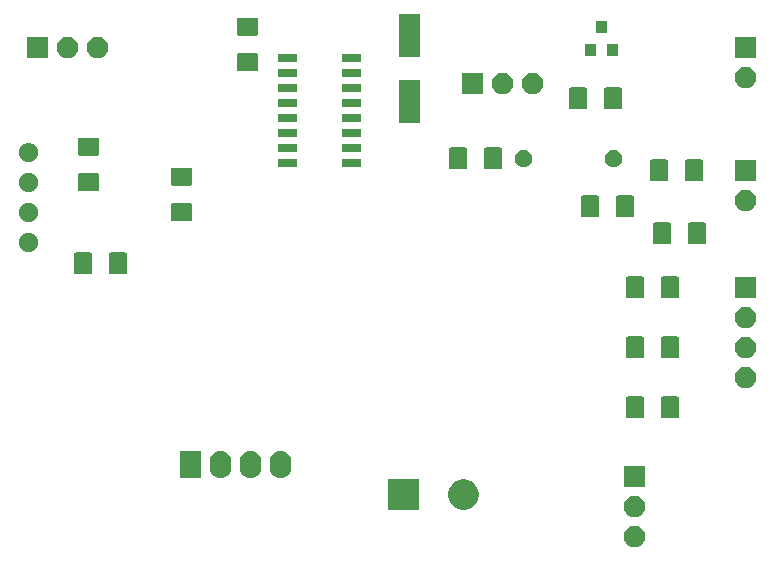
<source format=gbs>
G04 #@! TF.GenerationSoftware,KiCad,Pcbnew,5.1.6-c6e7f7d~87~ubuntu20.04.1*
G04 #@! TF.CreationDate,2020-07-23T13:09:22+02:00*
G04 #@! TF.ProjectId,lotusble,6c6f7475-7362-46c6-952e-6b696361645f,rev?*
G04 #@! TF.SameCoordinates,Original*
G04 #@! TF.FileFunction,Soldermask,Bot*
G04 #@! TF.FilePolarity,Negative*
%FSLAX46Y46*%
G04 Gerber Fmt 4.6, Leading zero omitted, Abs format (unit mm)*
G04 Created by KiCad (PCBNEW 5.1.6-c6e7f7d~87~ubuntu20.04.1) date 2020-07-23 13:09:22*
%MOMM*%
%LPD*%
G01*
G04 APERTURE LIST*
%ADD10C,0.100000*%
G04 APERTURE END LIST*
D10*
G36*
X92061512Y-121785927D02*
G01*
X92210812Y-121815624D01*
X92374784Y-121883544D01*
X92522354Y-121982147D01*
X92647853Y-122107646D01*
X92746456Y-122255216D01*
X92814376Y-122419188D01*
X92849000Y-122593259D01*
X92849000Y-122770741D01*
X92814376Y-122944812D01*
X92746456Y-123108784D01*
X92647853Y-123256354D01*
X92522354Y-123381853D01*
X92374784Y-123480456D01*
X92210812Y-123548376D01*
X92061512Y-123578073D01*
X92036742Y-123583000D01*
X91859258Y-123583000D01*
X91834488Y-123578073D01*
X91685188Y-123548376D01*
X91521216Y-123480456D01*
X91373646Y-123381853D01*
X91248147Y-123256354D01*
X91149544Y-123108784D01*
X91081624Y-122944812D01*
X91047000Y-122770741D01*
X91047000Y-122593259D01*
X91081624Y-122419188D01*
X91149544Y-122255216D01*
X91248147Y-122107646D01*
X91373646Y-121982147D01*
X91521216Y-121883544D01*
X91685188Y-121815624D01*
X91834488Y-121785927D01*
X91859258Y-121781000D01*
X92036742Y-121781000D01*
X92061512Y-121785927D01*
G37*
G36*
X92061512Y-119245927D02*
G01*
X92210812Y-119275624D01*
X92374784Y-119343544D01*
X92522354Y-119442147D01*
X92647853Y-119567646D01*
X92746456Y-119715216D01*
X92814376Y-119879188D01*
X92849000Y-120053259D01*
X92849000Y-120230741D01*
X92814376Y-120404812D01*
X92746456Y-120568784D01*
X92647853Y-120716354D01*
X92522354Y-120841853D01*
X92374784Y-120940456D01*
X92210812Y-121008376D01*
X92061512Y-121038073D01*
X92036742Y-121043000D01*
X91859258Y-121043000D01*
X91834488Y-121038073D01*
X91685188Y-121008376D01*
X91521216Y-120940456D01*
X91373646Y-120841853D01*
X91248147Y-120716354D01*
X91149544Y-120568784D01*
X91081624Y-120404812D01*
X91047000Y-120230741D01*
X91047000Y-120053259D01*
X91081624Y-119879188D01*
X91149544Y-119715216D01*
X91248147Y-119567646D01*
X91373646Y-119442147D01*
X91521216Y-119343544D01*
X91685188Y-119275624D01*
X91834488Y-119245927D01*
X91859258Y-119241000D01*
X92036742Y-119241000D01*
X92061512Y-119245927D01*
G37*
G36*
X73691000Y-120427000D02*
G01*
X71089000Y-120427000D01*
X71089000Y-117825000D01*
X73691000Y-117825000D01*
X73691000Y-120427000D01*
G37*
G36*
X77849487Y-117874996D02*
G01*
X78086253Y-117973068D01*
X78086255Y-117973069D01*
X78299339Y-118115447D01*
X78480553Y-118296661D01*
X78622932Y-118509747D01*
X78721004Y-118746513D01*
X78771000Y-118997861D01*
X78771000Y-119254139D01*
X78721004Y-119505487D01*
X78695256Y-119567647D01*
X78622931Y-119742255D01*
X78480553Y-119955339D01*
X78299339Y-120136553D01*
X78086255Y-120278931D01*
X78086254Y-120278932D01*
X78086253Y-120278932D01*
X77849487Y-120377004D01*
X77598139Y-120427000D01*
X77341861Y-120427000D01*
X77090513Y-120377004D01*
X76853747Y-120278932D01*
X76853746Y-120278932D01*
X76853745Y-120278931D01*
X76640661Y-120136553D01*
X76459447Y-119955339D01*
X76317069Y-119742255D01*
X76244744Y-119567647D01*
X76218996Y-119505487D01*
X76169000Y-119254139D01*
X76169000Y-118997861D01*
X76218996Y-118746513D01*
X76317068Y-118509747D01*
X76459447Y-118296661D01*
X76640661Y-118115447D01*
X76853745Y-117973069D01*
X76853747Y-117973068D01*
X77090513Y-117874996D01*
X77341861Y-117825000D01*
X77598139Y-117825000D01*
X77849487Y-117874996D01*
G37*
G36*
X92849000Y-118503000D02*
G01*
X91047000Y-118503000D01*
X91047000Y-116701000D01*
X92849000Y-116701000D01*
X92849000Y-118503000D01*
G37*
G36*
X57076547Y-115453326D02*
G01*
X57250156Y-115505990D01*
X57250158Y-115505991D01*
X57410155Y-115591511D01*
X57550397Y-115706603D01*
X57629729Y-115803271D01*
X57665489Y-115846844D01*
X57751010Y-116006843D01*
X57803674Y-116180452D01*
X57817000Y-116315756D01*
X57817000Y-116856243D01*
X57803674Y-116991548D01*
X57751010Y-117165157D01*
X57665489Y-117325156D01*
X57629729Y-117368729D01*
X57550397Y-117465397D01*
X57453729Y-117544729D01*
X57410156Y-117580489D01*
X57250157Y-117666010D01*
X57076548Y-117718674D01*
X56896000Y-117736456D01*
X56715453Y-117718674D01*
X56541844Y-117666010D01*
X56381845Y-117580489D01*
X56338272Y-117544729D01*
X56241604Y-117465397D01*
X56126513Y-117325157D01*
X56126512Y-117325155D01*
X56040990Y-117165157D01*
X55988326Y-116991548D01*
X55975000Y-116856244D01*
X55975000Y-116315757D01*
X55988326Y-116180453D01*
X56040990Y-116006844D01*
X56126511Y-115846845D01*
X56126512Y-115846844D01*
X56241603Y-115706603D01*
X56367388Y-115603375D01*
X56381844Y-115591511D01*
X56541843Y-115505990D01*
X56715452Y-115453326D01*
X56896000Y-115435544D01*
X57076547Y-115453326D01*
G37*
G36*
X62156547Y-115453326D02*
G01*
X62330156Y-115505990D01*
X62330158Y-115505991D01*
X62490155Y-115591511D01*
X62630397Y-115706603D01*
X62709729Y-115803271D01*
X62745489Y-115846844D01*
X62831010Y-116006843D01*
X62883674Y-116180452D01*
X62897000Y-116315756D01*
X62897000Y-116856243D01*
X62883674Y-116991548D01*
X62831010Y-117165157D01*
X62745489Y-117325156D01*
X62709729Y-117368729D01*
X62630397Y-117465397D01*
X62533729Y-117544729D01*
X62490156Y-117580489D01*
X62330157Y-117666010D01*
X62156548Y-117718674D01*
X61976000Y-117736456D01*
X61795453Y-117718674D01*
X61621844Y-117666010D01*
X61461845Y-117580489D01*
X61418272Y-117544729D01*
X61321604Y-117465397D01*
X61206513Y-117325157D01*
X61206512Y-117325155D01*
X61120990Y-117165157D01*
X61068326Y-116991548D01*
X61055000Y-116856244D01*
X61055000Y-116315757D01*
X61068326Y-116180453D01*
X61120990Y-116006844D01*
X61206511Y-115846845D01*
X61206512Y-115846844D01*
X61321603Y-115706603D01*
X61447388Y-115603375D01*
X61461844Y-115591511D01*
X61621843Y-115505990D01*
X61795452Y-115453326D01*
X61976000Y-115435544D01*
X62156547Y-115453326D01*
G37*
G36*
X59616547Y-115453326D02*
G01*
X59790156Y-115505990D01*
X59790158Y-115505991D01*
X59950155Y-115591511D01*
X60090397Y-115706603D01*
X60169729Y-115803271D01*
X60205489Y-115846844D01*
X60291010Y-116006843D01*
X60343674Y-116180452D01*
X60357000Y-116315756D01*
X60357000Y-116856243D01*
X60343674Y-116991548D01*
X60291010Y-117165157D01*
X60205489Y-117325156D01*
X60169729Y-117368729D01*
X60090397Y-117465397D01*
X59993729Y-117544729D01*
X59950156Y-117580489D01*
X59790157Y-117666010D01*
X59616548Y-117718674D01*
X59436000Y-117736456D01*
X59255453Y-117718674D01*
X59081844Y-117666010D01*
X58921845Y-117580489D01*
X58878272Y-117544729D01*
X58781604Y-117465397D01*
X58666513Y-117325157D01*
X58666512Y-117325155D01*
X58580990Y-117165157D01*
X58528326Y-116991548D01*
X58515000Y-116856244D01*
X58515000Y-116315757D01*
X58528326Y-116180453D01*
X58580990Y-116006844D01*
X58666511Y-115846845D01*
X58666512Y-115846844D01*
X58781603Y-115706603D01*
X58907388Y-115603375D01*
X58921844Y-115591511D01*
X59081843Y-115505990D01*
X59255452Y-115453326D01*
X59436000Y-115435544D01*
X59616547Y-115453326D01*
G37*
G36*
X55135561Y-115443966D02*
G01*
X55168383Y-115453923D01*
X55198632Y-115470092D01*
X55225148Y-115491852D01*
X55246908Y-115518368D01*
X55263077Y-115548617D01*
X55273034Y-115581439D01*
X55277000Y-115621713D01*
X55277000Y-117550287D01*
X55273034Y-117590561D01*
X55263077Y-117623383D01*
X55246908Y-117653632D01*
X55225148Y-117680148D01*
X55198632Y-117701908D01*
X55168383Y-117718077D01*
X55135561Y-117728034D01*
X55095287Y-117732000D01*
X53616713Y-117732000D01*
X53576439Y-117728034D01*
X53543617Y-117718077D01*
X53513368Y-117701908D01*
X53486852Y-117680148D01*
X53465092Y-117653632D01*
X53448923Y-117623383D01*
X53438966Y-117590561D01*
X53435000Y-117550287D01*
X53435000Y-115621713D01*
X53438966Y-115581439D01*
X53448923Y-115548617D01*
X53465092Y-115518368D01*
X53486852Y-115491852D01*
X53513368Y-115470092D01*
X53543617Y-115453923D01*
X53576439Y-115443966D01*
X53616713Y-115440000D01*
X55095287Y-115440000D01*
X55135561Y-115443966D01*
G37*
G36*
X95572562Y-110838181D02*
G01*
X95607481Y-110848774D01*
X95639663Y-110865976D01*
X95667873Y-110889127D01*
X95691024Y-110917337D01*
X95708226Y-110949519D01*
X95718819Y-110984438D01*
X95723000Y-111026895D01*
X95723000Y-112493105D01*
X95718819Y-112535562D01*
X95708226Y-112570481D01*
X95691024Y-112602663D01*
X95667873Y-112630873D01*
X95639663Y-112654024D01*
X95607481Y-112671226D01*
X95572562Y-112681819D01*
X95530105Y-112686000D01*
X94388895Y-112686000D01*
X94346438Y-112681819D01*
X94311519Y-112671226D01*
X94279337Y-112654024D01*
X94251127Y-112630873D01*
X94227976Y-112602663D01*
X94210774Y-112570481D01*
X94200181Y-112535562D01*
X94196000Y-112493105D01*
X94196000Y-111026895D01*
X94200181Y-110984438D01*
X94210774Y-110949519D01*
X94227976Y-110917337D01*
X94251127Y-110889127D01*
X94279337Y-110865976D01*
X94311519Y-110848774D01*
X94346438Y-110838181D01*
X94388895Y-110834000D01*
X95530105Y-110834000D01*
X95572562Y-110838181D01*
G37*
G36*
X92597562Y-110838181D02*
G01*
X92632481Y-110848774D01*
X92664663Y-110865976D01*
X92692873Y-110889127D01*
X92716024Y-110917337D01*
X92733226Y-110949519D01*
X92743819Y-110984438D01*
X92748000Y-111026895D01*
X92748000Y-112493105D01*
X92743819Y-112535562D01*
X92733226Y-112570481D01*
X92716024Y-112602663D01*
X92692873Y-112630873D01*
X92664663Y-112654024D01*
X92632481Y-112671226D01*
X92597562Y-112681819D01*
X92555105Y-112686000D01*
X91413895Y-112686000D01*
X91371438Y-112681819D01*
X91336519Y-112671226D01*
X91304337Y-112654024D01*
X91276127Y-112630873D01*
X91252976Y-112602663D01*
X91235774Y-112570481D01*
X91225181Y-112535562D01*
X91221000Y-112493105D01*
X91221000Y-111026895D01*
X91225181Y-110984438D01*
X91235774Y-110949519D01*
X91252976Y-110917337D01*
X91276127Y-110889127D01*
X91304337Y-110865976D01*
X91336519Y-110848774D01*
X91371438Y-110838181D01*
X91413895Y-110834000D01*
X92555105Y-110834000D01*
X92597562Y-110838181D01*
G37*
G36*
X101459512Y-108323927D02*
G01*
X101608812Y-108353624D01*
X101772784Y-108421544D01*
X101920354Y-108520147D01*
X102045853Y-108645646D01*
X102144456Y-108793216D01*
X102212376Y-108957188D01*
X102247000Y-109131259D01*
X102247000Y-109308741D01*
X102212376Y-109482812D01*
X102144456Y-109646784D01*
X102045853Y-109794354D01*
X101920354Y-109919853D01*
X101772784Y-110018456D01*
X101608812Y-110086376D01*
X101459512Y-110116073D01*
X101434742Y-110121000D01*
X101257258Y-110121000D01*
X101232488Y-110116073D01*
X101083188Y-110086376D01*
X100919216Y-110018456D01*
X100771646Y-109919853D01*
X100646147Y-109794354D01*
X100547544Y-109646784D01*
X100479624Y-109482812D01*
X100445000Y-109308741D01*
X100445000Y-109131259D01*
X100479624Y-108957188D01*
X100547544Y-108793216D01*
X100646147Y-108645646D01*
X100771646Y-108520147D01*
X100919216Y-108421544D01*
X101083188Y-108353624D01*
X101232488Y-108323927D01*
X101257258Y-108319000D01*
X101434742Y-108319000D01*
X101459512Y-108323927D01*
G37*
G36*
X92597562Y-105758181D02*
G01*
X92632481Y-105768774D01*
X92664663Y-105785976D01*
X92692873Y-105809127D01*
X92716024Y-105837337D01*
X92733226Y-105869519D01*
X92743819Y-105904438D01*
X92748000Y-105946895D01*
X92748000Y-107413105D01*
X92743819Y-107455562D01*
X92733226Y-107490481D01*
X92716024Y-107522663D01*
X92692873Y-107550873D01*
X92664663Y-107574024D01*
X92632481Y-107591226D01*
X92597562Y-107601819D01*
X92555105Y-107606000D01*
X91413895Y-107606000D01*
X91371438Y-107601819D01*
X91336519Y-107591226D01*
X91304337Y-107574024D01*
X91276127Y-107550873D01*
X91252976Y-107522663D01*
X91235774Y-107490481D01*
X91225181Y-107455562D01*
X91221000Y-107413105D01*
X91221000Y-105946895D01*
X91225181Y-105904438D01*
X91235774Y-105869519D01*
X91252976Y-105837337D01*
X91276127Y-105809127D01*
X91304337Y-105785976D01*
X91336519Y-105768774D01*
X91371438Y-105758181D01*
X91413895Y-105754000D01*
X92555105Y-105754000D01*
X92597562Y-105758181D01*
G37*
G36*
X95572562Y-105758181D02*
G01*
X95607481Y-105768774D01*
X95639663Y-105785976D01*
X95667873Y-105809127D01*
X95691024Y-105837337D01*
X95708226Y-105869519D01*
X95718819Y-105904438D01*
X95723000Y-105946895D01*
X95723000Y-107413105D01*
X95718819Y-107455562D01*
X95708226Y-107490481D01*
X95691024Y-107522663D01*
X95667873Y-107550873D01*
X95639663Y-107574024D01*
X95607481Y-107591226D01*
X95572562Y-107601819D01*
X95530105Y-107606000D01*
X94388895Y-107606000D01*
X94346438Y-107601819D01*
X94311519Y-107591226D01*
X94279337Y-107574024D01*
X94251127Y-107550873D01*
X94227976Y-107522663D01*
X94210774Y-107490481D01*
X94200181Y-107455562D01*
X94196000Y-107413105D01*
X94196000Y-105946895D01*
X94200181Y-105904438D01*
X94210774Y-105869519D01*
X94227976Y-105837337D01*
X94251127Y-105809127D01*
X94279337Y-105785976D01*
X94311519Y-105768774D01*
X94346438Y-105758181D01*
X94388895Y-105754000D01*
X95530105Y-105754000D01*
X95572562Y-105758181D01*
G37*
G36*
X101459512Y-105783927D02*
G01*
X101608812Y-105813624D01*
X101772784Y-105881544D01*
X101920354Y-105980147D01*
X102045853Y-106105646D01*
X102144456Y-106253216D01*
X102212376Y-106417188D01*
X102247000Y-106591259D01*
X102247000Y-106768741D01*
X102212376Y-106942812D01*
X102144456Y-107106784D01*
X102045853Y-107254354D01*
X101920354Y-107379853D01*
X101772784Y-107478456D01*
X101608812Y-107546376D01*
X101459512Y-107576073D01*
X101434742Y-107581000D01*
X101257258Y-107581000D01*
X101232488Y-107576073D01*
X101083188Y-107546376D01*
X100919216Y-107478456D01*
X100771646Y-107379853D01*
X100646147Y-107254354D01*
X100547544Y-107106784D01*
X100479624Y-106942812D01*
X100445000Y-106768741D01*
X100445000Y-106591259D01*
X100479624Y-106417188D01*
X100547544Y-106253216D01*
X100646147Y-106105646D01*
X100771646Y-105980147D01*
X100919216Y-105881544D01*
X101083188Y-105813624D01*
X101232488Y-105783927D01*
X101257258Y-105779000D01*
X101434742Y-105779000D01*
X101459512Y-105783927D01*
G37*
G36*
X101459512Y-103243927D02*
G01*
X101608812Y-103273624D01*
X101772784Y-103341544D01*
X101920354Y-103440147D01*
X102045853Y-103565646D01*
X102144456Y-103713216D01*
X102212376Y-103877188D01*
X102247000Y-104051259D01*
X102247000Y-104228741D01*
X102212376Y-104402812D01*
X102144456Y-104566784D01*
X102045853Y-104714354D01*
X101920354Y-104839853D01*
X101772784Y-104938456D01*
X101608812Y-105006376D01*
X101459512Y-105036073D01*
X101434742Y-105041000D01*
X101257258Y-105041000D01*
X101232488Y-105036073D01*
X101083188Y-105006376D01*
X100919216Y-104938456D01*
X100771646Y-104839853D01*
X100646147Y-104714354D01*
X100547544Y-104566784D01*
X100479624Y-104402812D01*
X100445000Y-104228741D01*
X100445000Y-104051259D01*
X100479624Y-103877188D01*
X100547544Y-103713216D01*
X100646147Y-103565646D01*
X100771646Y-103440147D01*
X100919216Y-103341544D01*
X101083188Y-103273624D01*
X101232488Y-103243927D01*
X101257258Y-103239000D01*
X101434742Y-103239000D01*
X101459512Y-103243927D01*
G37*
G36*
X92597562Y-100678181D02*
G01*
X92632481Y-100688774D01*
X92664663Y-100705976D01*
X92692873Y-100729127D01*
X92716024Y-100757337D01*
X92733226Y-100789519D01*
X92743819Y-100824438D01*
X92748000Y-100866895D01*
X92748000Y-102333105D01*
X92743819Y-102375562D01*
X92733226Y-102410481D01*
X92716024Y-102442663D01*
X92692873Y-102470873D01*
X92664663Y-102494024D01*
X92632481Y-102511226D01*
X92597562Y-102521819D01*
X92555105Y-102526000D01*
X91413895Y-102526000D01*
X91371438Y-102521819D01*
X91336519Y-102511226D01*
X91304337Y-102494024D01*
X91276127Y-102470873D01*
X91252976Y-102442663D01*
X91235774Y-102410481D01*
X91225181Y-102375562D01*
X91221000Y-102333105D01*
X91221000Y-100866895D01*
X91225181Y-100824438D01*
X91235774Y-100789519D01*
X91252976Y-100757337D01*
X91276127Y-100729127D01*
X91304337Y-100705976D01*
X91336519Y-100688774D01*
X91371438Y-100678181D01*
X91413895Y-100674000D01*
X92555105Y-100674000D01*
X92597562Y-100678181D01*
G37*
G36*
X95572562Y-100678181D02*
G01*
X95607481Y-100688774D01*
X95639663Y-100705976D01*
X95667873Y-100729127D01*
X95691024Y-100757337D01*
X95708226Y-100789519D01*
X95718819Y-100824438D01*
X95723000Y-100866895D01*
X95723000Y-102333105D01*
X95718819Y-102375562D01*
X95708226Y-102410481D01*
X95691024Y-102442663D01*
X95667873Y-102470873D01*
X95639663Y-102494024D01*
X95607481Y-102511226D01*
X95572562Y-102521819D01*
X95530105Y-102526000D01*
X94388895Y-102526000D01*
X94346438Y-102521819D01*
X94311519Y-102511226D01*
X94279337Y-102494024D01*
X94251127Y-102470873D01*
X94227976Y-102442663D01*
X94210774Y-102410481D01*
X94200181Y-102375562D01*
X94196000Y-102333105D01*
X94196000Y-100866895D01*
X94200181Y-100824438D01*
X94210774Y-100789519D01*
X94227976Y-100757337D01*
X94251127Y-100729127D01*
X94279337Y-100705976D01*
X94311519Y-100688774D01*
X94346438Y-100678181D01*
X94388895Y-100674000D01*
X95530105Y-100674000D01*
X95572562Y-100678181D01*
G37*
G36*
X102247000Y-102501000D02*
G01*
X100445000Y-102501000D01*
X100445000Y-100699000D01*
X102247000Y-100699000D01*
X102247000Y-102501000D01*
G37*
G36*
X45861562Y-98646181D02*
G01*
X45896481Y-98656774D01*
X45928663Y-98673976D01*
X45956873Y-98697127D01*
X45980024Y-98725337D01*
X45997226Y-98757519D01*
X46007819Y-98792438D01*
X46012000Y-98834895D01*
X46012000Y-100301105D01*
X46007819Y-100343562D01*
X45997226Y-100378481D01*
X45980024Y-100410663D01*
X45956873Y-100438873D01*
X45928663Y-100462024D01*
X45896481Y-100479226D01*
X45861562Y-100489819D01*
X45819105Y-100494000D01*
X44677895Y-100494000D01*
X44635438Y-100489819D01*
X44600519Y-100479226D01*
X44568337Y-100462024D01*
X44540127Y-100438873D01*
X44516976Y-100410663D01*
X44499774Y-100378481D01*
X44489181Y-100343562D01*
X44485000Y-100301105D01*
X44485000Y-98834895D01*
X44489181Y-98792438D01*
X44499774Y-98757519D01*
X44516976Y-98725337D01*
X44540127Y-98697127D01*
X44568337Y-98673976D01*
X44600519Y-98656774D01*
X44635438Y-98646181D01*
X44677895Y-98642000D01*
X45819105Y-98642000D01*
X45861562Y-98646181D01*
G37*
G36*
X48836562Y-98646181D02*
G01*
X48871481Y-98656774D01*
X48903663Y-98673976D01*
X48931873Y-98697127D01*
X48955024Y-98725337D01*
X48972226Y-98757519D01*
X48982819Y-98792438D01*
X48987000Y-98834895D01*
X48987000Y-100301105D01*
X48982819Y-100343562D01*
X48972226Y-100378481D01*
X48955024Y-100410663D01*
X48931873Y-100438873D01*
X48903663Y-100462024D01*
X48871481Y-100479226D01*
X48836562Y-100489819D01*
X48794105Y-100494000D01*
X47652895Y-100494000D01*
X47610438Y-100489819D01*
X47575519Y-100479226D01*
X47543337Y-100462024D01*
X47515127Y-100438873D01*
X47491976Y-100410663D01*
X47474774Y-100378481D01*
X47464181Y-100343562D01*
X47460000Y-100301105D01*
X47460000Y-98834895D01*
X47464181Y-98792438D01*
X47474774Y-98757519D01*
X47491976Y-98725337D01*
X47515127Y-98697127D01*
X47543337Y-98673976D01*
X47575519Y-98656774D01*
X47610438Y-98646181D01*
X47652895Y-98642000D01*
X48794105Y-98642000D01*
X48836562Y-98646181D01*
G37*
G36*
X40873642Y-97019781D02*
G01*
X41019414Y-97080162D01*
X41019416Y-97080163D01*
X41150608Y-97167822D01*
X41262178Y-97279392D01*
X41349837Y-97410584D01*
X41349838Y-97410586D01*
X41410219Y-97556358D01*
X41441000Y-97711107D01*
X41441000Y-97868893D01*
X41410219Y-98023642D01*
X41349838Y-98169414D01*
X41349837Y-98169416D01*
X41262178Y-98300608D01*
X41150608Y-98412178D01*
X41019416Y-98499837D01*
X41019415Y-98499838D01*
X41019414Y-98499838D01*
X40873642Y-98560219D01*
X40718893Y-98591000D01*
X40561107Y-98591000D01*
X40406358Y-98560219D01*
X40260586Y-98499838D01*
X40260585Y-98499838D01*
X40260584Y-98499837D01*
X40129392Y-98412178D01*
X40017822Y-98300608D01*
X39930163Y-98169416D01*
X39930162Y-98169414D01*
X39869781Y-98023642D01*
X39839000Y-97868893D01*
X39839000Y-97711107D01*
X39869781Y-97556358D01*
X39930162Y-97410586D01*
X39930163Y-97410584D01*
X40017822Y-97279392D01*
X40129392Y-97167822D01*
X40260584Y-97080163D01*
X40260586Y-97080162D01*
X40406358Y-97019781D01*
X40561107Y-96989000D01*
X40718893Y-96989000D01*
X40873642Y-97019781D01*
G37*
G36*
X97858562Y-96106181D02*
G01*
X97893481Y-96116774D01*
X97925663Y-96133976D01*
X97953873Y-96157127D01*
X97977024Y-96185337D01*
X97994226Y-96217519D01*
X98004819Y-96252438D01*
X98009000Y-96294895D01*
X98009000Y-97761105D01*
X98004819Y-97803562D01*
X97994226Y-97838481D01*
X97977024Y-97870663D01*
X97953873Y-97898873D01*
X97925663Y-97922024D01*
X97893481Y-97939226D01*
X97858562Y-97949819D01*
X97816105Y-97954000D01*
X96674895Y-97954000D01*
X96632438Y-97949819D01*
X96597519Y-97939226D01*
X96565337Y-97922024D01*
X96537127Y-97898873D01*
X96513976Y-97870663D01*
X96496774Y-97838481D01*
X96486181Y-97803562D01*
X96482000Y-97761105D01*
X96482000Y-96294895D01*
X96486181Y-96252438D01*
X96496774Y-96217519D01*
X96513976Y-96185337D01*
X96537127Y-96157127D01*
X96565337Y-96133976D01*
X96597519Y-96116774D01*
X96632438Y-96106181D01*
X96674895Y-96102000D01*
X97816105Y-96102000D01*
X97858562Y-96106181D01*
G37*
G36*
X94883562Y-96106181D02*
G01*
X94918481Y-96116774D01*
X94950663Y-96133976D01*
X94978873Y-96157127D01*
X95002024Y-96185337D01*
X95019226Y-96217519D01*
X95029819Y-96252438D01*
X95034000Y-96294895D01*
X95034000Y-97761105D01*
X95029819Y-97803562D01*
X95019226Y-97838481D01*
X95002024Y-97870663D01*
X94978873Y-97898873D01*
X94950663Y-97922024D01*
X94918481Y-97939226D01*
X94883562Y-97949819D01*
X94841105Y-97954000D01*
X93699895Y-97954000D01*
X93657438Y-97949819D01*
X93622519Y-97939226D01*
X93590337Y-97922024D01*
X93562127Y-97898873D01*
X93538976Y-97870663D01*
X93521774Y-97838481D01*
X93511181Y-97803562D01*
X93507000Y-97761105D01*
X93507000Y-96294895D01*
X93511181Y-96252438D01*
X93521774Y-96217519D01*
X93538976Y-96185337D01*
X93562127Y-96157127D01*
X93590337Y-96133976D01*
X93622519Y-96116774D01*
X93657438Y-96106181D01*
X93699895Y-96102000D01*
X94841105Y-96102000D01*
X94883562Y-96106181D01*
G37*
G36*
X40873642Y-94479781D02*
G01*
X41002937Y-94533337D01*
X41019416Y-94540163D01*
X41150608Y-94627822D01*
X41262178Y-94739392D01*
X41349837Y-94870584D01*
X41349838Y-94870586D01*
X41410219Y-95016358D01*
X41441000Y-95171107D01*
X41441000Y-95328893D01*
X41410219Y-95483642D01*
X41352556Y-95622852D01*
X41349837Y-95629416D01*
X41262178Y-95760608D01*
X41150608Y-95872178D01*
X41019416Y-95959837D01*
X41019415Y-95959838D01*
X41019414Y-95959838D01*
X40873642Y-96020219D01*
X40718893Y-96051000D01*
X40561107Y-96051000D01*
X40406358Y-96020219D01*
X40260586Y-95959838D01*
X40260585Y-95959838D01*
X40260584Y-95959837D01*
X40129392Y-95872178D01*
X40017822Y-95760608D01*
X39930163Y-95629416D01*
X39927444Y-95622852D01*
X39869781Y-95483642D01*
X39839000Y-95328893D01*
X39839000Y-95171107D01*
X39869781Y-95016358D01*
X39930162Y-94870586D01*
X39930163Y-94870584D01*
X40017822Y-94739392D01*
X40129392Y-94627822D01*
X40260584Y-94540163D01*
X40277063Y-94533337D01*
X40406358Y-94479781D01*
X40561107Y-94449000D01*
X40718893Y-94449000D01*
X40873642Y-94479781D01*
G37*
G36*
X54369562Y-94454181D02*
G01*
X54404481Y-94464774D01*
X54436663Y-94481976D01*
X54464873Y-94505127D01*
X54488024Y-94533337D01*
X54505226Y-94565519D01*
X54515819Y-94600438D01*
X54520000Y-94642895D01*
X54520000Y-95784105D01*
X54515819Y-95826562D01*
X54505226Y-95861481D01*
X54488024Y-95893663D01*
X54464873Y-95921873D01*
X54436663Y-95945024D01*
X54404481Y-95962226D01*
X54369562Y-95972819D01*
X54327105Y-95977000D01*
X52860895Y-95977000D01*
X52818438Y-95972819D01*
X52783519Y-95962226D01*
X52751337Y-95945024D01*
X52723127Y-95921873D01*
X52699976Y-95893663D01*
X52682774Y-95861481D01*
X52672181Y-95826562D01*
X52668000Y-95784105D01*
X52668000Y-94642895D01*
X52672181Y-94600438D01*
X52682774Y-94565519D01*
X52699976Y-94533337D01*
X52723127Y-94505127D01*
X52751337Y-94481976D01*
X52783519Y-94464774D01*
X52818438Y-94454181D01*
X52860895Y-94450000D01*
X54327105Y-94450000D01*
X54369562Y-94454181D01*
G37*
G36*
X91762562Y-93820181D02*
G01*
X91797481Y-93830774D01*
X91829663Y-93847976D01*
X91857873Y-93871127D01*
X91881024Y-93899337D01*
X91898226Y-93931519D01*
X91908819Y-93966438D01*
X91913000Y-94008895D01*
X91913000Y-95475105D01*
X91908819Y-95517562D01*
X91898226Y-95552481D01*
X91881024Y-95584663D01*
X91857873Y-95612873D01*
X91829663Y-95636024D01*
X91797481Y-95653226D01*
X91762562Y-95663819D01*
X91720105Y-95668000D01*
X90578895Y-95668000D01*
X90536438Y-95663819D01*
X90501519Y-95653226D01*
X90469337Y-95636024D01*
X90441127Y-95612873D01*
X90417976Y-95584663D01*
X90400774Y-95552481D01*
X90390181Y-95517562D01*
X90386000Y-95475105D01*
X90386000Y-94008895D01*
X90390181Y-93966438D01*
X90400774Y-93931519D01*
X90417976Y-93899337D01*
X90441127Y-93871127D01*
X90469337Y-93847976D01*
X90501519Y-93830774D01*
X90536438Y-93820181D01*
X90578895Y-93816000D01*
X91720105Y-93816000D01*
X91762562Y-93820181D01*
G37*
G36*
X88787562Y-93820181D02*
G01*
X88822481Y-93830774D01*
X88854663Y-93847976D01*
X88882873Y-93871127D01*
X88906024Y-93899337D01*
X88923226Y-93931519D01*
X88933819Y-93966438D01*
X88938000Y-94008895D01*
X88938000Y-95475105D01*
X88933819Y-95517562D01*
X88923226Y-95552481D01*
X88906024Y-95584663D01*
X88882873Y-95612873D01*
X88854663Y-95636024D01*
X88822481Y-95653226D01*
X88787562Y-95663819D01*
X88745105Y-95668000D01*
X87603895Y-95668000D01*
X87561438Y-95663819D01*
X87526519Y-95653226D01*
X87494337Y-95636024D01*
X87466127Y-95612873D01*
X87442976Y-95584663D01*
X87425774Y-95552481D01*
X87415181Y-95517562D01*
X87411000Y-95475105D01*
X87411000Y-94008895D01*
X87415181Y-93966438D01*
X87425774Y-93931519D01*
X87442976Y-93899337D01*
X87466127Y-93871127D01*
X87494337Y-93847976D01*
X87526519Y-93830774D01*
X87561438Y-93820181D01*
X87603895Y-93816000D01*
X88745105Y-93816000D01*
X88787562Y-93820181D01*
G37*
G36*
X101459512Y-93337927D02*
G01*
X101608812Y-93367624D01*
X101772784Y-93435544D01*
X101920354Y-93534147D01*
X102045853Y-93659646D01*
X102144456Y-93807216D01*
X102212376Y-93971188D01*
X102247000Y-94145259D01*
X102247000Y-94322741D01*
X102212376Y-94496812D01*
X102144456Y-94660784D01*
X102045853Y-94808354D01*
X101920354Y-94933853D01*
X101772784Y-95032456D01*
X101608812Y-95100376D01*
X101459512Y-95130073D01*
X101434742Y-95135000D01*
X101257258Y-95135000D01*
X101232488Y-95130073D01*
X101083188Y-95100376D01*
X100919216Y-95032456D01*
X100771646Y-94933853D01*
X100646147Y-94808354D01*
X100547544Y-94660784D01*
X100479624Y-94496812D01*
X100445000Y-94322741D01*
X100445000Y-94145259D01*
X100479624Y-93971188D01*
X100547544Y-93807216D01*
X100646147Y-93659646D01*
X100771646Y-93534147D01*
X100919216Y-93435544D01*
X101083188Y-93367624D01*
X101232488Y-93337927D01*
X101257258Y-93333000D01*
X101434742Y-93333000D01*
X101459512Y-93337927D01*
G37*
G36*
X40873642Y-91939781D02*
G01*
X41002937Y-91993337D01*
X41019416Y-92000163D01*
X41150608Y-92087822D01*
X41262178Y-92199392D01*
X41349837Y-92330584D01*
X41349838Y-92330586D01*
X41410219Y-92476358D01*
X41441000Y-92631107D01*
X41441000Y-92788893D01*
X41410219Y-92943642D01*
X41387778Y-92997819D01*
X41349837Y-93089416D01*
X41262178Y-93220608D01*
X41150608Y-93332178D01*
X41019416Y-93419837D01*
X41019415Y-93419838D01*
X41019414Y-93419838D01*
X40873642Y-93480219D01*
X40718893Y-93511000D01*
X40561107Y-93511000D01*
X40406358Y-93480219D01*
X40260586Y-93419838D01*
X40260585Y-93419838D01*
X40260584Y-93419837D01*
X40129392Y-93332178D01*
X40017822Y-93220608D01*
X39930163Y-93089416D01*
X39892222Y-92997819D01*
X39869781Y-92943642D01*
X39839000Y-92788893D01*
X39839000Y-92631107D01*
X39869781Y-92476358D01*
X39930162Y-92330586D01*
X39930163Y-92330584D01*
X40017822Y-92199392D01*
X40129392Y-92087822D01*
X40260584Y-92000163D01*
X40277063Y-91993337D01*
X40406358Y-91939781D01*
X40561107Y-91909000D01*
X40718893Y-91909000D01*
X40873642Y-91939781D01*
G37*
G36*
X46495562Y-91914181D02*
G01*
X46530481Y-91924774D01*
X46562663Y-91941976D01*
X46590873Y-91965127D01*
X46614024Y-91993337D01*
X46631226Y-92025519D01*
X46641819Y-92060438D01*
X46646000Y-92102895D01*
X46646000Y-93244105D01*
X46641819Y-93286562D01*
X46631226Y-93321481D01*
X46614024Y-93353663D01*
X46590873Y-93381873D01*
X46562663Y-93405024D01*
X46530481Y-93422226D01*
X46495562Y-93432819D01*
X46453105Y-93437000D01*
X44986895Y-93437000D01*
X44944438Y-93432819D01*
X44909519Y-93422226D01*
X44877337Y-93405024D01*
X44849127Y-93381873D01*
X44825976Y-93353663D01*
X44808774Y-93321481D01*
X44798181Y-93286562D01*
X44794000Y-93244105D01*
X44794000Y-92102895D01*
X44798181Y-92060438D01*
X44808774Y-92025519D01*
X44825976Y-91993337D01*
X44849127Y-91965127D01*
X44877337Y-91941976D01*
X44909519Y-91924774D01*
X44944438Y-91914181D01*
X44986895Y-91910000D01*
X46453105Y-91910000D01*
X46495562Y-91914181D01*
G37*
G36*
X54369562Y-91479181D02*
G01*
X54404481Y-91489774D01*
X54436663Y-91506976D01*
X54464873Y-91530127D01*
X54488024Y-91558337D01*
X54505226Y-91590519D01*
X54515819Y-91625438D01*
X54520000Y-91667895D01*
X54520000Y-92809105D01*
X54515819Y-92851562D01*
X54505226Y-92886481D01*
X54488024Y-92918663D01*
X54464873Y-92946873D01*
X54436663Y-92970024D01*
X54404481Y-92987226D01*
X54369562Y-92997819D01*
X54327105Y-93002000D01*
X52860895Y-93002000D01*
X52818438Y-92997819D01*
X52783519Y-92987226D01*
X52751337Y-92970024D01*
X52723127Y-92946873D01*
X52699976Y-92918663D01*
X52682774Y-92886481D01*
X52672181Y-92851562D01*
X52668000Y-92809105D01*
X52668000Y-91667895D01*
X52672181Y-91625438D01*
X52682774Y-91590519D01*
X52699976Y-91558337D01*
X52723127Y-91530127D01*
X52751337Y-91506976D01*
X52783519Y-91489774D01*
X52818438Y-91479181D01*
X52860895Y-91475000D01*
X54327105Y-91475000D01*
X54369562Y-91479181D01*
G37*
G36*
X97604562Y-90772181D02*
G01*
X97639481Y-90782774D01*
X97671663Y-90799976D01*
X97699873Y-90823127D01*
X97723024Y-90851337D01*
X97740226Y-90883519D01*
X97750819Y-90918438D01*
X97755000Y-90960895D01*
X97755000Y-92427105D01*
X97750819Y-92469562D01*
X97740226Y-92504481D01*
X97723024Y-92536663D01*
X97699873Y-92564873D01*
X97671663Y-92588024D01*
X97639481Y-92605226D01*
X97604562Y-92615819D01*
X97562105Y-92620000D01*
X96420895Y-92620000D01*
X96378438Y-92615819D01*
X96343519Y-92605226D01*
X96311337Y-92588024D01*
X96283127Y-92564873D01*
X96259976Y-92536663D01*
X96242774Y-92504481D01*
X96232181Y-92469562D01*
X96228000Y-92427105D01*
X96228000Y-90960895D01*
X96232181Y-90918438D01*
X96242774Y-90883519D01*
X96259976Y-90851337D01*
X96283127Y-90823127D01*
X96311337Y-90799976D01*
X96343519Y-90782774D01*
X96378438Y-90772181D01*
X96420895Y-90768000D01*
X97562105Y-90768000D01*
X97604562Y-90772181D01*
G37*
G36*
X94629562Y-90772181D02*
G01*
X94664481Y-90782774D01*
X94696663Y-90799976D01*
X94724873Y-90823127D01*
X94748024Y-90851337D01*
X94765226Y-90883519D01*
X94775819Y-90918438D01*
X94780000Y-90960895D01*
X94780000Y-92427105D01*
X94775819Y-92469562D01*
X94765226Y-92504481D01*
X94748024Y-92536663D01*
X94724873Y-92564873D01*
X94696663Y-92588024D01*
X94664481Y-92605226D01*
X94629562Y-92615819D01*
X94587105Y-92620000D01*
X93445895Y-92620000D01*
X93403438Y-92615819D01*
X93368519Y-92605226D01*
X93336337Y-92588024D01*
X93308127Y-92564873D01*
X93284976Y-92536663D01*
X93267774Y-92504481D01*
X93257181Y-92469562D01*
X93253000Y-92427105D01*
X93253000Y-90960895D01*
X93257181Y-90918438D01*
X93267774Y-90883519D01*
X93284976Y-90851337D01*
X93308127Y-90823127D01*
X93336337Y-90799976D01*
X93368519Y-90782774D01*
X93403438Y-90772181D01*
X93445895Y-90768000D01*
X94587105Y-90768000D01*
X94629562Y-90772181D01*
G37*
G36*
X102247000Y-92595000D02*
G01*
X100445000Y-92595000D01*
X100445000Y-90793000D01*
X102247000Y-90793000D01*
X102247000Y-92595000D01*
G37*
G36*
X77611562Y-89756181D02*
G01*
X77646481Y-89766774D01*
X77678663Y-89783976D01*
X77706873Y-89807127D01*
X77730024Y-89835337D01*
X77747226Y-89867519D01*
X77757819Y-89902438D01*
X77762000Y-89944895D01*
X77762000Y-91411105D01*
X77757819Y-91453562D01*
X77747226Y-91488481D01*
X77730024Y-91520663D01*
X77706873Y-91548873D01*
X77678663Y-91572024D01*
X77646481Y-91589226D01*
X77611562Y-91599819D01*
X77569105Y-91604000D01*
X76427895Y-91604000D01*
X76385438Y-91599819D01*
X76350519Y-91589226D01*
X76318337Y-91572024D01*
X76290127Y-91548873D01*
X76266976Y-91520663D01*
X76249774Y-91488481D01*
X76239181Y-91453562D01*
X76235000Y-91411105D01*
X76235000Y-89944895D01*
X76239181Y-89902438D01*
X76249774Y-89867519D01*
X76266976Y-89835337D01*
X76290127Y-89807127D01*
X76318337Y-89783976D01*
X76350519Y-89766774D01*
X76385438Y-89756181D01*
X76427895Y-89752000D01*
X77569105Y-89752000D01*
X77611562Y-89756181D01*
G37*
G36*
X80586562Y-89756181D02*
G01*
X80621481Y-89766774D01*
X80653663Y-89783976D01*
X80681873Y-89807127D01*
X80705024Y-89835337D01*
X80722226Y-89867519D01*
X80732819Y-89902438D01*
X80737000Y-89944895D01*
X80737000Y-91411105D01*
X80732819Y-91453562D01*
X80722226Y-91488481D01*
X80705024Y-91520663D01*
X80681873Y-91548873D01*
X80653663Y-91572024D01*
X80621481Y-91589226D01*
X80586562Y-91599819D01*
X80544105Y-91604000D01*
X79402895Y-91604000D01*
X79360438Y-91599819D01*
X79325519Y-91589226D01*
X79293337Y-91572024D01*
X79265127Y-91548873D01*
X79241976Y-91520663D01*
X79224774Y-91488481D01*
X79214181Y-91453562D01*
X79210000Y-91411105D01*
X79210000Y-89944895D01*
X79214181Y-89902438D01*
X79224774Y-89867519D01*
X79241976Y-89835337D01*
X79265127Y-89807127D01*
X79293337Y-89783976D01*
X79325519Y-89766774D01*
X79360438Y-89756181D01*
X79402895Y-89752000D01*
X80544105Y-89752000D01*
X80586562Y-89756181D01*
G37*
G36*
X82671009Y-89936357D02*
G01*
X82769059Y-89955860D01*
X82905732Y-90012472D01*
X83028735Y-90094660D01*
X83133340Y-90199265D01*
X83198393Y-90296624D01*
X83215529Y-90322270D01*
X83272140Y-90458941D01*
X83301000Y-90604032D01*
X83301000Y-90751968D01*
X83272140Y-90897059D01*
X83254263Y-90940219D01*
X83215528Y-91033732D01*
X83133340Y-91156735D01*
X83028735Y-91261340D01*
X82905732Y-91343528D01*
X82905731Y-91343529D01*
X82905730Y-91343529D01*
X82769059Y-91400140D01*
X82623968Y-91429000D01*
X82476032Y-91429000D01*
X82330941Y-91400140D01*
X82194270Y-91343529D01*
X82194269Y-91343529D01*
X82194268Y-91343528D01*
X82071265Y-91261340D01*
X81966660Y-91156735D01*
X81884472Y-91033732D01*
X81845738Y-90940219D01*
X81827860Y-90897059D01*
X81799000Y-90751968D01*
X81799000Y-90604032D01*
X81827860Y-90458941D01*
X81884471Y-90322270D01*
X81901607Y-90296624D01*
X81966660Y-90199265D01*
X82071265Y-90094660D01*
X82194268Y-90012472D01*
X82330941Y-89955860D01*
X82428991Y-89936357D01*
X82476032Y-89927000D01*
X82623968Y-89927000D01*
X82671009Y-89936357D01*
G37*
G36*
X90291009Y-89936357D02*
G01*
X90389059Y-89955860D01*
X90525732Y-90012472D01*
X90648735Y-90094660D01*
X90753340Y-90199265D01*
X90818393Y-90296624D01*
X90835529Y-90322270D01*
X90892140Y-90458941D01*
X90921000Y-90604032D01*
X90921000Y-90751968D01*
X90892140Y-90897059D01*
X90874263Y-90940219D01*
X90835528Y-91033732D01*
X90753340Y-91156735D01*
X90648735Y-91261340D01*
X90525732Y-91343528D01*
X90525731Y-91343529D01*
X90525730Y-91343529D01*
X90389059Y-91400140D01*
X90243968Y-91429000D01*
X90096032Y-91429000D01*
X89950941Y-91400140D01*
X89814270Y-91343529D01*
X89814269Y-91343529D01*
X89814268Y-91343528D01*
X89691265Y-91261340D01*
X89586660Y-91156735D01*
X89504472Y-91033732D01*
X89465738Y-90940219D01*
X89447860Y-90897059D01*
X89419000Y-90751968D01*
X89419000Y-90604032D01*
X89447860Y-90458941D01*
X89504471Y-90322270D01*
X89521607Y-90296624D01*
X89586660Y-90199265D01*
X89691265Y-90094660D01*
X89814268Y-90012472D01*
X89950941Y-89955860D01*
X90048991Y-89936357D01*
X90096032Y-89927000D01*
X90243968Y-89927000D01*
X90291009Y-89936357D01*
G37*
G36*
X68779000Y-91410000D02*
G01*
X67177000Y-91410000D01*
X67177000Y-90708000D01*
X68779000Y-90708000D01*
X68779000Y-91410000D01*
G37*
G36*
X63379000Y-91410000D02*
G01*
X61777000Y-91410000D01*
X61777000Y-90708000D01*
X63379000Y-90708000D01*
X63379000Y-91410000D01*
G37*
G36*
X40873642Y-89399781D02*
G01*
X40965910Y-89438000D01*
X41019416Y-89460163D01*
X41150608Y-89547822D01*
X41262178Y-89659392D01*
X41349837Y-89790584D01*
X41349838Y-89790586D01*
X41410219Y-89936358D01*
X41441000Y-90091107D01*
X41441000Y-90248893D01*
X41410219Y-90403642D01*
X41387778Y-90457819D01*
X41349837Y-90549416D01*
X41262178Y-90680608D01*
X41150608Y-90792178D01*
X41019416Y-90879837D01*
X41019415Y-90879838D01*
X41019414Y-90879838D01*
X40873642Y-90940219D01*
X40718893Y-90971000D01*
X40561107Y-90971000D01*
X40406358Y-90940219D01*
X40260586Y-90879838D01*
X40260585Y-90879838D01*
X40260584Y-90879837D01*
X40129392Y-90792178D01*
X40017822Y-90680608D01*
X39930163Y-90549416D01*
X39892222Y-90457819D01*
X39869781Y-90403642D01*
X39839000Y-90248893D01*
X39839000Y-90091107D01*
X39869781Y-89936358D01*
X39930162Y-89790586D01*
X39930163Y-89790584D01*
X40017822Y-89659392D01*
X40129392Y-89547822D01*
X40260584Y-89460163D01*
X40314090Y-89438000D01*
X40406358Y-89399781D01*
X40561107Y-89369000D01*
X40718893Y-89369000D01*
X40873642Y-89399781D01*
G37*
G36*
X46495562Y-88939181D02*
G01*
X46530481Y-88949774D01*
X46562663Y-88966976D01*
X46590873Y-88990127D01*
X46614024Y-89018337D01*
X46631226Y-89050519D01*
X46641819Y-89085438D01*
X46646000Y-89127895D01*
X46646000Y-90269105D01*
X46641819Y-90311562D01*
X46631226Y-90346481D01*
X46614024Y-90378663D01*
X46590873Y-90406873D01*
X46562663Y-90430024D01*
X46530481Y-90447226D01*
X46495562Y-90457819D01*
X46453105Y-90462000D01*
X44986895Y-90462000D01*
X44944438Y-90457819D01*
X44909519Y-90447226D01*
X44877337Y-90430024D01*
X44849127Y-90406873D01*
X44825976Y-90378663D01*
X44808774Y-90346481D01*
X44798181Y-90311562D01*
X44794000Y-90269105D01*
X44794000Y-89127895D01*
X44798181Y-89085438D01*
X44808774Y-89050519D01*
X44825976Y-89018337D01*
X44849127Y-88990127D01*
X44877337Y-88966976D01*
X44909519Y-88949774D01*
X44944438Y-88939181D01*
X44986895Y-88935000D01*
X46453105Y-88935000D01*
X46495562Y-88939181D01*
G37*
G36*
X63379000Y-90140000D02*
G01*
X61777000Y-90140000D01*
X61777000Y-89438000D01*
X63379000Y-89438000D01*
X63379000Y-90140000D01*
G37*
G36*
X68779000Y-90140000D02*
G01*
X67177000Y-90140000D01*
X67177000Y-89438000D01*
X68779000Y-89438000D01*
X68779000Y-90140000D01*
G37*
G36*
X68779000Y-88870000D02*
G01*
X67177000Y-88870000D01*
X67177000Y-88168000D01*
X68779000Y-88168000D01*
X68779000Y-88870000D01*
G37*
G36*
X63379000Y-88870000D02*
G01*
X61777000Y-88870000D01*
X61777000Y-88168000D01*
X63379000Y-88168000D01*
X63379000Y-88870000D01*
G37*
G36*
X73749000Y-87659000D02*
G01*
X72047000Y-87659000D01*
X72047000Y-84057000D01*
X73749000Y-84057000D01*
X73749000Y-87659000D01*
G37*
G36*
X68779000Y-87600000D02*
G01*
X67177000Y-87600000D01*
X67177000Y-86898000D01*
X68779000Y-86898000D01*
X68779000Y-87600000D01*
G37*
G36*
X63379000Y-87600000D02*
G01*
X61777000Y-87600000D01*
X61777000Y-86898000D01*
X63379000Y-86898000D01*
X63379000Y-87600000D01*
G37*
G36*
X90746562Y-84676181D02*
G01*
X90781481Y-84686774D01*
X90813663Y-84703976D01*
X90841873Y-84727127D01*
X90865024Y-84755337D01*
X90882226Y-84787519D01*
X90892819Y-84822438D01*
X90897000Y-84864895D01*
X90897000Y-86331105D01*
X90892819Y-86373562D01*
X90882226Y-86408481D01*
X90865024Y-86440663D01*
X90841873Y-86468873D01*
X90813663Y-86492024D01*
X90781481Y-86509226D01*
X90746562Y-86519819D01*
X90704105Y-86524000D01*
X89562895Y-86524000D01*
X89520438Y-86519819D01*
X89485519Y-86509226D01*
X89453337Y-86492024D01*
X89425127Y-86468873D01*
X89401976Y-86440663D01*
X89384774Y-86408481D01*
X89374181Y-86373562D01*
X89370000Y-86331105D01*
X89370000Y-84864895D01*
X89374181Y-84822438D01*
X89384774Y-84787519D01*
X89401976Y-84755337D01*
X89425127Y-84727127D01*
X89453337Y-84703976D01*
X89485519Y-84686774D01*
X89520438Y-84676181D01*
X89562895Y-84672000D01*
X90704105Y-84672000D01*
X90746562Y-84676181D01*
G37*
G36*
X87771562Y-84676181D02*
G01*
X87806481Y-84686774D01*
X87838663Y-84703976D01*
X87866873Y-84727127D01*
X87890024Y-84755337D01*
X87907226Y-84787519D01*
X87917819Y-84822438D01*
X87922000Y-84864895D01*
X87922000Y-86331105D01*
X87917819Y-86373562D01*
X87907226Y-86408481D01*
X87890024Y-86440663D01*
X87866873Y-86468873D01*
X87838663Y-86492024D01*
X87806481Y-86509226D01*
X87771562Y-86519819D01*
X87729105Y-86524000D01*
X86587895Y-86524000D01*
X86545438Y-86519819D01*
X86510519Y-86509226D01*
X86478337Y-86492024D01*
X86450127Y-86468873D01*
X86426976Y-86440663D01*
X86409774Y-86408481D01*
X86399181Y-86373562D01*
X86395000Y-86331105D01*
X86395000Y-84864895D01*
X86399181Y-84822438D01*
X86409774Y-84787519D01*
X86426976Y-84755337D01*
X86450127Y-84727127D01*
X86478337Y-84703976D01*
X86510519Y-84686774D01*
X86545438Y-84676181D01*
X86587895Y-84672000D01*
X87729105Y-84672000D01*
X87771562Y-84676181D01*
G37*
G36*
X63379000Y-86330000D02*
G01*
X61777000Y-86330000D01*
X61777000Y-85628000D01*
X63379000Y-85628000D01*
X63379000Y-86330000D01*
G37*
G36*
X68779000Y-86330000D02*
G01*
X67177000Y-86330000D01*
X67177000Y-85628000D01*
X68779000Y-85628000D01*
X68779000Y-86330000D01*
G37*
G36*
X83425512Y-83431927D02*
G01*
X83574812Y-83461624D01*
X83738784Y-83529544D01*
X83886354Y-83628147D01*
X84011853Y-83753646D01*
X84110456Y-83901216D01*
X84178376Y-84065188D01*
X84213000Y-84239259D01*
X84213000Y-84416741D01*
X84178376Y-84590812D01*
X84110456Y-84754784D01*
X84011853Y-84902354D01*
X83886354Y-85027853D01*
X83738784Y-85126456D01*
X83574812Y-85194376D01*
X83425512Y-85224073D01*
X83400742Y-85229000D01*
X83223258Y-85229000D01*
X83198488Y-85224073D01*
X83049188Y-85194376D01*
X82885216Y-85126456D01*
X82737646Y-85027853D01*
X82612147Y-84902354D01*
X82513544Y-84754784D01*
X82445624Y-84590812D01*
X82411000Y-84416741D01*
X82411000Y-84239259D01*
X82445624Y-84065188D01*
X82513544Y-83901216D01*
X82612147Y-83753646D01*
X82737646Y-83628147D01*
X82885216Y-83529544D01*
X83049188Y-83461624D01*
X83198488Y-83431927D01*
X83223258Y-83427000D01*
X83400742Y-83427000D01*
X83425512Y-83431927D01*
G37*
G36*
X80885512Y-83431927D02*
G01*
X81034812Y-83461624D01*
X81198784Y-83529544D01*
X81346354Y-83628147D01*
X81471853Y-83753646D01*
X81570456Y-83901216D01*
X81638376Y-84065188D01*
X81673000Y-84239259D01*
X81673000Y-84416741D01*
X81638376Y-84590812D01*
X81570456Y-84754784D01*
X81471853Y-84902354D01*
X81346354Y-85027853D01*
X81198784Y-85126456D01*
X81034812Y-85194376D01*
X80885512Y-85224073D01*
X80860742Y-85229000D01*
X80683258Y-85229000D01*
X80658488Y-85224073D01*
X80509188Y-85194376D01*
X80345216Y-85126456D01*
X80197646Y-85027853D01*
X80072147Y-84902354D01*
X79973544Y-84754784D01*
X79905624Y-84590812D01*
X79871000Y-84416741D01*
X79871000Y-84239259D01*
X79905624Y-84065188D01*
X79973544Y-83901216D01*
X80072147Y-83753646D01*
X80197646Y-83628147D01*
X80345216Y-83529544D01*
X80509188Y-83461624D01*
X80658488Y-83431927D01*
X80683258Y-83427000D01*
X80860742Y-83427000D01*
X80885512Y-83431927D01*
G37*
G36*
X79133000Y-85229000D02*
G01*
X77331000Y-85229000D01*
X77331000Y-83427000D01*
X79133000Y-83427000D01*
X79133000Y-85229000D01*
G37*
G36*
X68779000Y-85060000D02*
G01*
X67177000Y-85060000D01*
X67177000Y-84358000D01*
X68779000Y-84358000D01*
X68779000Y-85060000D01*
G37*
G36*
X63379000Y-85060000D02*
G01*
X61777000Y-85060000D01*
X61777000Y-84358000D01*
X63379000Y-84358000D01*
X63379000Y-85060000D01*
G37*
G36*
X101459512Y-82923927D02*
G01*
X101608812Y-82953624D01*
X101772784Y-83021544D01*
X101920354Y-83120147D01*
X102045853Y-83245646D01*
X102144456Y-83393216D01*
X102212376Y-83557188D01*
X102247000Y-83731259D01*
X102247000Y-83908741D01*
X102212376Y-84082812D01*
X102144456Y-84246784D01*
X102045853Y-84394354D01*
X101920354Y-84519853D01*
X101772784Y-84618456D01*
X101608812Y-84686376D01*
X101459512Y-84716073D01*
X101434742Y-84721000D01*
X101257258Y-84721000D01*
X101232488Y-84716073D01*
X101083188Y-84686376D01*
X100919216Y-84618456D01*
X100771646Y-84519853D01*
X100646147Y-84394354D01*
X100547544Y-84246784D01*
X100479624Y-84082812D01*
X100445000Y-83908741D01*
X100445000Y-83731259D01*
X100479624Y-83557188D01*
X100547544Y-83393216D01*
X100646147Y-83245646D01*
X100771646Y-83120147D01*
X100919216Y-83021544D01*
X101083188Y-82953624D01*
X101232488Y-82923927D01*
X101257258Y-82919000D01*
X101434742Y-82919000D01*
X101459512Y-82923927D01*
G37*
G36*
X63379000Y-83790000D02*
G01*
X61777000Y-83790000D01*
X61777000Y-83088000D01*
X63379000Y-83088000D01*
X63379000Y-83790000D01*
G37*
G36*
X68779000Y-83790000D02*
G01*
X67177000Y-83790000D01*
X67177000Y-83088000D01*
X68779000Y-83088000D01*
X68779000Y-83790000D01*
G37*
G36*
X59957562Y-81754181D02*
G01*
X59992481Y-81764774D01*
X60024663Y-81781976D01*
X60052873Y-81805127D01*
X60076024Y-81833337D01*
X60093226Y-81865519D01*
X60103819Y-81900438D01*
X60108000Y-81942895D01*
X60108000Y-83084105D01*
X60103819Y-83126562D01*
X60093226Y-83161481D01*
X60076024Y-83193663D01*
X60052873Y-83221873D01*
X60024663Y-83245024D01*
X59992481Y-83262226D01*
X59957562Y-83272819D01*
X59915105Y-83277000D01*
X58448895Y-83277000D01*
X58406438Y-83272819D01*
X58371519Y-83262226D01*
X58339337Y-83245024D01*
X58311127Y-83221873D01*
X58287976Y-83193663D01*
X58270774Y-83161481D01*
X58260181Y-83126562D01*
X58256000Y-83084105D01*
X58256000Y-81942895D01*
X58260181Y-81900438D01*
X58270774Y-81865519D01*
X58287976Y-81833337D01*
X58311127Y-81805127D01*
X58339337Y-81781976D01*
X58371519Y-81764774D01*
X58406438Y-81754181D01*
X58448895Y-81750000D01*
X59915105Y-81750000D01*
X59957562Y-81754181D01*
G37*
G36*
X68779000Y-82520000D02*
G01*
X67177000Y-82520000D01*
X67177000Y-81818000D01*
X68779000Y-81818000D01*
X68779000Y-82520000D01*
G37*
G36*
X63379000Y-82520000D02*
G01*
X61777000Y-82520000D01*
X61777000Y-81818000D01*
X63379000Y-81818000D01*
X63379000Y-82520000D01*
G37*
G36*
X46595512Y-80383927D02*
G01*
X46744812Y-80413624D01*
X46908784Y-80481544D01*
X47056354Y-80580147D01*
X47181853Y-80705646D01*
X47280456Y-80853216D01*
X47348376Y-81017188D01*
X47383000Y-81191259D01*
X47383000Y-81368741D01*
X47348376Y-81542812D01*
X47280456Y-81706784D01*
X47181853Y-81854354D01*
X47056354Y-81979853D01*
X46908784Y-82078456D01*
X46744812Y-82146376D01*
X46595512Y-82176073D01*
X46570742Y-82181000D01*
X46393258Y-82181000D01*
X46368488Y-82176073D01*
X46219188Y-82146376D01*
X46055216Y-82078456D01*
X45907646Y-81979853D01*
X45782147Y-81854354D01*
X45683544Y-81706784D01*
X45615624Y-81542812D01*
X45581000Y-81368741D01*
X45581000Y-81191259D01*
X45615624Y-81017188D01*
X45683544Y-80853216D01*
X45782147Y-80705646D01*
X45907646Y-80580147D01*
X46055216Y-80481544D01*
X46219188Y-80413624D01*
X46368488Y-80383927D01*
X46393258Y-80379000D01*
X46570742Y-80379000D01*
X46595512Y-80383927D01*
G37*
G36*
X102247000Y-82181000D02*
G01*
X100445000Y-82181000D01*
X100445000Y-80379000D01*
X102247000Y-80379000D01*
X102247000Y-82181000D01*
G37*
G36*
X42303000Y-82181000D02*
G01*
X40501000Y-82181000D01*
X40501000Y-80379000D01*
X42303000Y-80379000D01*
X42303000Y-82181000D01*
G37*
G36*
X44055512Y-80383927D02*
G01*
X44204812Y-80413624D01*
X44368784Y-80481544D01*
X44516354Y-80580147D01*
X44641853Y-80705646D01*
X44740456Y-80853216D01*
X44808376Y-81017188D01*
X44843000Y-81191259D01*
X44843000Y-81368741D01*
X44808376Y-81542812D01*
X44740456Y-81706784D01*
X44641853Y-81854354D01*
X44516354Y-81979853D01*
X44368784Y-82078456D01*
X44204812Y-82146376D01*
X44055512Y-82176073D01*
X44030742Y-82181000D01*
X43853258Y-82181000D01*
X43828488Y-82176073D01*
X43679188Y-82146376D01*
X43515216Y-82078456D01*
X43367646Y-81979853D01*
X43242147Y-81854354D01*
X43143544Y-81706784D01*
X43075624Y-81542812D01*
X43041000Y-81368741D01*
X43041000Y-81191259D01*
X43075624Y-81017188D01*
X43143544Y-80853216D01*
X43242147Y-80705646D01*
X43367646Y-80580147D01*
X43515216Y-80481544D01*
X43679188Y-80413624D01*
X43828488Y-80383927D01*
X43853258Y-80379000D01*
X44030742Y-80379000D01*
X44055512Y-80383927D01*
G37*
G36*
X73749000Y-82059000D02*
G01*
X72047000Y-82059000D01*
X72047000Y-78457000D01*
X73749000Y-78457000D01*
X73749000Y-82059000D01*
G37*
G36*
X90555000Y-82019000D02*
G01*
X89653000Y-82019000D01*
X89653000Y-81017000D01*
X90555000Y-81017000D01*
X90555000Y-82019000D01*
G37*
G36*
X88655000Y-82019000D02*
G01*
X87753000Y-82019000D01*
X87753000Y-81017000D01*
X88655000Y-81017000D01*
X88655000Y-82019000D01*
G37*
G36*
X59957562Y-78779181D02*
G01*
X59992481Y-78789774D01*
X60024663Y-78806976D01*
X60052873Y-78830127D01*
X60076024Y-78858337D01*
X60093226Y-78890519D01*
X60103819Y-78925438D01*
X60108000Y-78967895D01*
X60108000Y-80109105D01*
X60103819Y-80151562D01*
X60093226Y-80186481D01*
X60076024Y-80218663D01*
X60052873Y-80246873D01*
X60024663Y-80270024D01*
X59992481Y-80287226D01*
X59957562Y-80297819D01*
X59915105Y-80302000D01*
X58448895Y-80302000D01*
X58406438Y-80297819D01*
X58371519Y-80287226D01*
X58339337Y-80270024D01*
X58311127Y-80246873D01*
X58287976Y-80218663D01*
X58270774Y-80186481D01*
X58260181Y-80151562D01*
X58256000Y-80109105D01*
X58256000Y-78967895D01*
X58260181Y-78925438D01*
X58270774Y-78890519D01*
X58287976Y-78858337D01*
X58311127Y-78830127D01*
X58339337Y-78806976D01*
X58371519Y-78789774D01*
X58406438Y-78779181D01*
X58448895Y-78775000D01*
X59915105Y-78775000D01*
X59957562Y-78779181D01*
G37*
G36*
X89605000Y-80019000D02*
G01*
X88703000Y-80019000D01*
X88703000Y-79017000D01*
X89605000Y-79017000D01*
X89605000Y-80019000D01*
G37*
M02*

</source>
